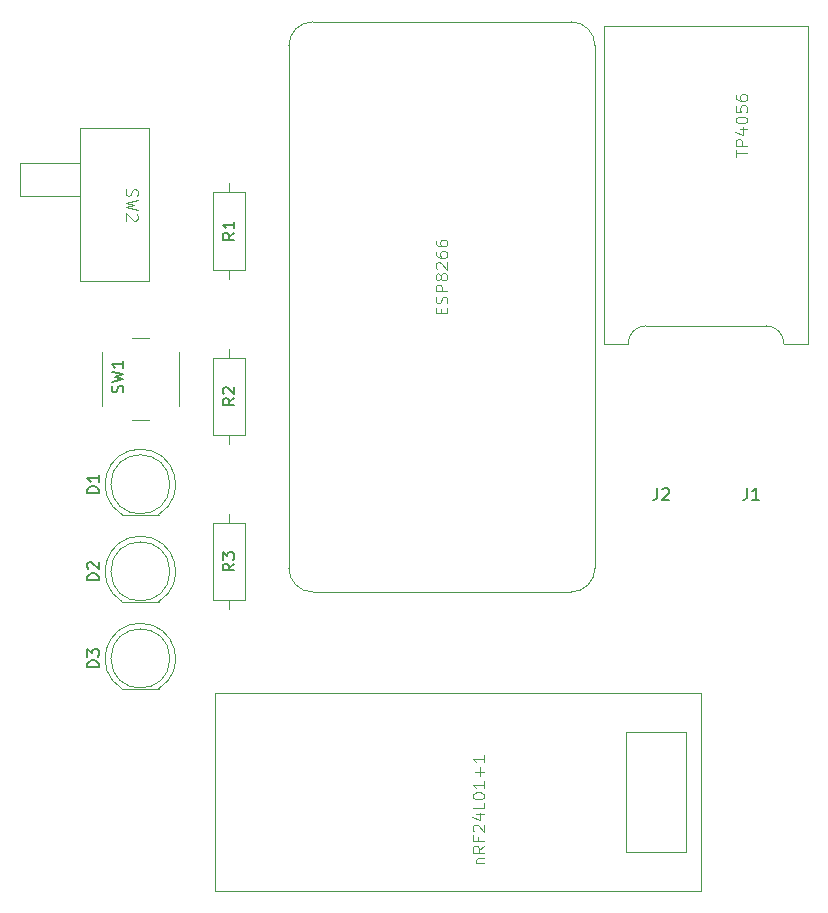
<source format=gbr>
%TF.GenerationSoftware,KiCad,Pcbnew,9.0.3*%
%TF.CreationDate,2025-10-27T16:18:56+03:00*%
%TF.ProjectId,ble_jammer_2.4ghz,626c655f-6a61-46d6-9d65-725f322e3467,rev?*%
%TF.SameCoordinates,Original*%
%TF.FileFunction,Legend,Top*%
%TF.FilePolarity,Positive*%
%FSLAX46Y46*%
G04 Gerber Fmt 4.6, Leading zero omitted, Abs format (unit mm)*
G04 Created by KiCad (PCBNEW 9.0.3) date 2025-10-27 16:18:56*
%MOMM*%
%LPD*%
G01*
G04 APERTURE LIST*
%ADD10C,0.150000*%
%ADD11C,0.100000*%
%ADD12C,0.120000*%
G04 APERTURE END LIST*
D10*
X43995088Y-85565642D02*
X42995088Y-85565642D01*
X42995088Y-85565642D02*
X42995088Y-85327547D01*
X42995088Y-85327547D02*
X43042707Y-85184690D01*
X43042707Y-85184690D02*
X43137945Y-85089452D01*
X43137945Y-85089452D02*
X43233183Y-85041833D01*
X43233183Y-85041833D02*
X43423659Y-84994214D01*
X43423659Y-84994214D02*
X43566516Y-84994214D01*
X43566516Y-84994214D02*
X43756992Y-85041833D01*
X43756992Y-85041833D02*
X43852230Y-85089452D01*
X43852230Y-85089452D02*
X43947469Y-85184690D01*
X43947469Y-85184690D02*
X43995088Y-85327547D01*
X43995088Y-85327547D02*
X43995088Y-85565642D01*
X43090326Y-84613261D02*
X43042707Y-84565642D01*
X43042707Y-84565642D02*
X42995088Y-84470404D01*
X42995088Y-84470404D02*
X42995088Y-84232309D01*
X42995088Y-84232309D02*
X43042707Y-84137071D01*
X43042707Y-84137071D02*
X43090326Y-84089452D01*
X43090326Y-84089452D02*
X43185564Y-84041833D01*
X43185564Y-84041833D02*
X43280802Y-84041833D01*
X43280802Y-84041833D02*
X43423659Y-84089452D01*
X43423659Y-84089452D02*
X43995088Y-84660880D01*
X43995088Y-84660880D02*
X43995088Y-84041833D01*
D11*
X72963609Y-62985237D02*
X72963609Y-62651904D01*
X73487419Y-62509047D02*
X73487419Y-62985237D01*
X73487419Y-62985237D02*
X72487419Y-62985237D01*
X72487419Y-62985237D02*
X72487419Y-62509047D01*
X73439800Y-62128094D02*
X73487419Y-61985237D01*
X73487419Y-61985237D02*
X73487419Y-61747142D01*
X73487419Y-61747142D02*
X73439800Y-61651904D01*
X73439800Y-61651904D02*
X73392180Y-61604285D01*
X73392180Y-61604285D02*
X73296942Y-61556666D01*
X73296942Y-61556666D02*
X73201704Y-61556666D01*
X73201704Y-61556666D02*
X73106466Y-61604285D01*
X73106466Y-61604285D02*
X73058847Y-61651904D01*
X73058847Y-61651904D02*
X73011228Y-61747142D01*
X73011228Y-61747142D02*
X72963609Y-61937618D01*
X72963609Y-61937618D02*
X72915990Y-62032856D01*
X72915990Y-62032856D02*
X72868371Y-62080475D01*
X72868371Y-62080475D02*
X72773133Y-62128094D01*
X72773133Y-62128094D02*
X72677895Y-62128094D01*
X72677895Y-62128094D02*
X72582657Y-62080475D01*
X72582657Y-62080475D02*
X72535038Y-62032856D01*
X72535038Y-62032856D02*
X72487419Y-61937618D01*
X72487419Y-61937618D02*
X72487419Y-61699523D01*
X72487419Y-61699523D02*
X72535038Y-61556666D01*
X73487419Y-61128094D02*
X72487419Y-61128094D01*
X72487419Y-61128094D02*
X72487419Y-60747142D01*
X72487419Y-60747142D02*
X72535038Y-60651904D01*
X72535038Y-60651904D02*
X72582657Y-60604285D01*
X72582657Y-60604285D02*
X72677895Y-60556666D01*
X72677895Y-60556666D02*
X72820752Y-60556666D01*
X72820752Y-60556666D02*
X72915990Y-60604285D01*
X72915990Y-60604285D02*
X72963609Y-60651904D01*
X72963609Y-60651904D02*
X73011228Y-60747142D01*
X73011228Y-60747142D02*
X73011228Y-61128094D01*
X72915990Y-59985237D02*
X72868371Y-60080475D01*
X72868371Y-60080475D02*
X72820752Y-60128094D01*
X72820752Y-60128094D02*
X72725514Y-60175713D01*
X72725514Y-60175713D02*
X72677895Y-60175713D01*
X72677895Y-60175713D02*
X72582657Y-60128094D01*
X72582657Y-60128094D02*
X72535038Y-60080475D01*
X72535038Y-60080475D02*
X72487419Y-59985237D01*
X72487419Y-59985237D02*
X72487419Y-59794761D01*
X72487419Y-59794761D02*
X72535038Y-59699523D01*
X72535038Y-59699523D02*
X72582657Y-59651904D01*
X72582657Y-59651904D02*
X72677895Y-59604285D01*
X72677895Y-59604285D02*
X72725514Y-59604285D01*
X72725514Y-59604285D02*
X72820752Y-59651904D01*
X72820752Y-59651904D02*
X72868371Y-59699523D01*
X72868371Y-59699523D02*
X72915990Y-59794761D01*
X72915990Y-59794761D02*
X72915990Y-59985237D01*
X72915990Y-59985237D02*
X72963609Y-60080475D01*
X72963609Y-60080475D02*
X73011228Y-60128094D01*
X73011228Y-60128094D02*
X73106466Y-60175713D01*
X73106466Y-60175713D02*
X73296942Y-60175713D01*
X73296942Y-60175713D02*
X73392180Y-60128094D01*
X73392180Y-60128094D02*
X73439800Y-60080475D01*
X73439800Y-60080475D02*
X73487419Y-59985237D01*
X73487419Y-59985237D02*
X73487419Y-59794761D01*
X73487419Y-59794761D02*
X73439800Y-59699523D01*
X73439800Y-59699523D02*
X73392180Y-59651904D01*
X73392180Y-59651904D02*
X73296942Y-59604285D01*
X73296942Y-59604285D02*
X73106466Y-59604285D01*
X73106466Y-59604285D02*
X73011228Y-59651904D01*
X73011228Y-59651904D02*
X72963609Y-59699523D01*
X72963609Y-59699523D02*
X72915990Y-59794761D01*
X72582657Y-59223332D02*
X72535038Y-59175713D01*
X72535038Y-59175713D02*
X72487419Y-59080475D01*
X72487419Y-59080475D02*
X72487419Y-58842380D01*
X72487419Y-58842380D02*
X72535038Y-58747142D01*
X72535038Y-58747142D02*
X72582657Y-58699523D01*
X72582657Y-58699523D02*
X72677895Y-58651904D01*
X72677895Y-58651904D02*
X72773133Y-58651904D01*
X72773133Y-58651904D02*
X72915990Y-58699523D01*
X72915990Y-58699523D02*
X73487419Y-59270951D01*
X73487419Y-59270951D02*
X73487419Y-58651904D01*
X72487419Y-57794761D02*
X72487419Y-57985237D01*
X72487419Y-57985237D02*
X72535038Y-58080475D01*
X72535038Y-58080475D02*
X72582657Y-58128094D01*
X72582657Y-58128094D02*
X72725514Y-58223332D01*
X72725514Y-58223332D02*
X72915990Y-58270951D01*
X72915990Y-58270951D02*
X73296942Y-58270951D01*
X73296942Y-58270951D02*
X73392180Y-58223332D01*
X73392180Y-58223332D02*
X73439800Y-58175713D01*
X73439800Y-58175713D02*
X73487419Y-58080475D01*
X73487419Y-58080475D02*
X73487419Y-57889999D01*
X73487419Y-57889999D02*
X73439800Y-57794761D01*
X73439800Y-57794761D02*
X73392180Y-57747142D01*
X73392180Y-57747142D02*
X73296942Y-57699523D01*
X73296942Y-57699523D02*
X73058847Y-57699523D01*
X73058847Y-57699523D02*
X72963609Y-57747142D01*
X72963609Y-57747142D02*
X72915990Y-57794761D01*
X72915990Y-57794761D02*
X72868371Y-57889999D01*
X72868371Y-57889999D02*
X72868371Y-58080475D01*
X72868371Y-58080475D02*
X72915990Y-58175713D01*
X72915990Y-58175713D02*
X72963609Y-58223332D01*
X72963609Y-58223332D02*
X73058847Y-58270951D01*
X72487419Y-56842380D02*
X72487419Y-57032856D01*
X72487419Y-57032856D02*
X72535038Y-57128094D01*
X72535038Y-57128094D02*
X72582657Y-57175713D01*
X72582657Y-57175713D02*
X72725514Y-57270951D01*
X72725514Y-57270951D02*
X72915990Y-57318570D01*
X72915990Y-57318570D02*
X73296942Y-57318570D01*
X73296942Y-57318570D02*
X73392180Y-57270951D01*
X73392180Y-57270951D02*
X73439800Y-57223332D01*
X73439800Y-57223332D02*
X73487419Y-57128094D01*
X73487419Y-57128094D02*
X73487419Y-56937618D01*
X73487419Y-56937618D02*
X73439800Y-56842380D01*
X73439800Y-56842380D02*
X73392180Y-56794761D01*
X73392180Y-56794761D02*
X73296942Y-56747142D01*
X73296942Y-56747142D02*
X73058847Y-56747142D01*
X73058847Y-56747142D02*
X72963609Y-56794761D01*
X72963609Y-56794761D02*
X72915990Y-56842380D01*
X72915990Y-56842380D02*
X72868371Y-56937618D01*
X72868371Y-56937618D02*
X72868371Y-57128094D01*
X72868371Y-57128094D02*
X72915990Y-57223332D01*
X72915990Y-57223332D02*
X72963609Y-57270951D01*
X72963609Y-57270951D02*
X73058847Y-57318570D01*
D10*
X91266666Y-77774819D02*
X91266666Y-78489104D01*
X91266666Y-78489104D02*
X91219047Y-78631961D01*
X91219047Y-78631961D02*
X91123809Y-78727200D01*
X91123809Y-78727200D02*
X90980952Y-78774819D01*
X90980952Y-78774819D02*
X90885714Y-78774819D01*
X91695238Y-77870057D02*
X91742857Y-77822438D01*
X91742857Y-77822438D02*
X91838095Y-77774819D01*
X91838095Y-77774819D02*
X92076190Y-77774819D01*
X92076190Y-77774819D02*
X92171428Y-77822438D01*
X92171428Y-77822438D02*
X92219047Y-77870057D01*
X92219047Y-77870057D02*
X92266666Y-77965295D01*
X92266666Y-77965295D02*
X92266666Y-78060533D01*
X92266666Y-78060533D02*
X92219047Y-78203390D01*
X92219047Y-78203390D02*
X91647619Y-78774819D01*
X91647619Y-78774819D02*
X92266666Y-78774819D01*
D11*
X46315200Y-52466667D02*
X46267580Y-52609524D01*
X46267580Y-52609524D02*
X46267580Y-52847619D01*
X46267580Y-52847619D02*
X46315200Y-52942857D01*
X46315200Y-52942857D02*
X46362819Y-52990476D01*
X46362819Y-52990476D02*
X46458057Y-53038095D01*
X46458057Y-53038095D02*
X46553295Y-53038095D01*
X46553295Y-53038095D02*
X46648533Y-52990476D01*
X46648533Y-52990476D02*
X46696152Y-52942857D01*
X46696152Y-52942857D02*
X46743771Y-52847619D01*
X46743771Y-52847619D02*
X46791390Y-52657143D01*
X46791390Y-52657143D02*
X46839009Y-52561905D01*
X46839009Y-52561905D02*
X46886628Y-52514286D01*
X46886628Y-52514286D02*
X46981866Y-52466667D01*
X46981866Y-52466667D02*
X47077104Y-52466667D01*
X47077104Y-52466667D02*
X47172342Y-52514286D01*
X47172342Y-52514286D02*
X47219961Y-52561905D01*
X47219961Y-52561905D02*
X47267580Y-52657143D01*
X47267580Y-52657143D02*
X47267580Y-52895238D01*
X47267580Y-52895238D02*
X47219961Y-53038095D01*
X47267580Y-53371429D02*
X46267580Y-53609524D01*
X46267580Y-53609524D02*
X46981866Y-53800000D01*
X46981866Y-53800000D02*
X46267580Y-53990476D01*
X46267580Y-53990476D02*
X47267580Y-54228572D01*
X47172342Y-54561905D02*
X47219961Y-54609524D01*
X47219961Y-54609524D02*
X47267580Y-54704762D01*
X47267580Y-54704762D02*
X47267580Y-54942857D01*
X47267580Y-54942857D02*
X47219961Y-55038095D01*
X47219961Y-55038095D02*
X47172342Y-55085714D01*
X47172342Y-55085714D02*
X47077104Y-55133333D01*
X47077104Y-55133333D02*
X46981866Y-55133333D01*
X46981866Y-55133333D02*
X46839009Y-55085714D01*
X46839009Y-55085714D02*
X46267580Y-54514286D01*
X46267580Y-54514286D02*
X46267580Y-55133333D01*
D10*
X43995088Y-78193142D02*
X42995088Y-78193142D01*
X42995088Y-78193142D02*
X42995088Y-77955047D01*
X42995088Y-77955047D02*
X43042707Y-77812190D01*
X43042707Y-77812190D02*
X43137945Y-77716952D01*
X43137945Y-77716952D02*
X43233183Y-77669333D01*
X43233183Y-77669333D02*
X43423659Y-77621714D01*
X43423659Y-77621714D02*
X43566516Y-77621714D01*
X43566516Y-77621714D02*
X43756992Y-77669333D01*
X43756992Y-77669333D02*
X43852230Y-77716952D01*
X43852230Y-77716952D02*
X43947469Y-77812190D01*
X43947469Y-77812190D02*
X43995088Y-77955047D01*
X43995088Y-77955047D02*
X43995088Y-78193142D01*
X43995088Y-76669333D02*
X43995088Y-77240761D01*
X43995088Y-76955047D02*
X42995088Y-76955047D01*
X42995088Y-76955047D02*
X43137945Y-77050285D01*
X43137945Y-77050285D02*
X43233183Y-77145523D01*
X43233183Y-77145523D02*
X43280802Y-77240761D01*
X98866666Y-77774819D02*
X98866666Y-78489104D01*
X98866666Y-78489104D02*
X98819047Y-78631961D01*
X98819047Y-78631961D02*
X98723809Y-78727200D01*
X98723809Y-78727200D02*
X98580952Y-78774819D01*
X98580952Y-78774819D02*
X98485714Y-78774819D01*
X99866666Y-78774819D02*
X99295238Y-78774819D01*
X99580952Y-78774819D02*
X99580952Y-77774819D01*
X99580952Y-77774819D02*
X99485714Y-77917676D01*
X99485714Y-77917676D02*
X99390476Y-78012914D01*
X99390476Y-78012914D02*
X99295238Y-78060533D01*
D11*
X97893419Y-49704475D02*
X97893419Y-49133047D01*
X98893419Y-49418761D02*
X97893419Y-49418761D01*
X98893419Y-48799713D02*
X97893419Y-48799713D01*
X97893419Y-48799713D02*
X97893419Y-48418761D01*
X97893419Y-48418761D02*
X97941038Y-48323523D01*
X97941038Y-48323523D02*
X97988657Y-48275904D01*
X97988657Y-48275904D02*
X98083895Y-48228285D01*
X98083895Y-48228285D02*
X98226752Y-48228285D01*
X98226752Y-48228285D02*
X98321990Y-48275904D01*
X98321990Y-48275904D02*
X98369609Y-48323523D01*
X98369609Y-48323523D02*
X98417228Y-48418761D01*
X98417228Y-48418761D02*
X98417228Y-48799713D01*
X98226752Y-47371142D02*
X98893419Y-47371142D01*
X97845800Y-47609237D02*
X98560085Y-47847332D01*
X98560085Y-47847332D02*
X98560085Y-47228285D01*
X97893419Y-46656856D02*
X97893419Y-46561618D01*
X97893419Y-46561618D02*
X97941038Y-46466380D01*
X97941038Y-46466380D02*
X97988657Y-46418761D01*
X97988657Y-46418761D02*
X98083895Y-46371142D01*
X98083895Y-46371142D02*
X98274371Y-46323523D01*
X98274371Y-46323523D02*
X98512466Y-46323523D01*
X98512466Y-46323523D02*
X98702942Y-46371142D01*
X98702942Y-46371142D02*
X98798180Y-46418761D01*
X98798180Y-46418761D02*
X98845800Y-46466380D01*
X98845800Y-46466380D02*
X98893419Y-46561618D01*
X98893419Y-46561618D02*
X98893419Y-46656856D01*
X98893419Y-46656856D02*
X98845800Y-46752094D01*
X98845800Y-46752094D02*
X98798180Y-46799713D01*
X98798180Y-46799713D02*
X98702942Y-46847332D01*
X98702942Y-46847332D02*
X98512466Y-46894951D01*
X98512466Y-46894951D02*
X98274371Y-46894951D01*
X98274371Y-46894951D02*
X98083895Y-46847332D01*
X98083895Y-46847332D02*
X97988657Y-46799713D01*
X97988657Y-46799713D02*
X97941038Y-46752094D01*
X97941038Y-46752094D02*
X97893419Y-46656856D01*
X97893419Y-45418761D02*
X97893419Y-45894951D01*
X97893419Y-45894951D02*
X98369609Y-45942570D01*
X98369609Y-45942570D02*
X98321990Y-45894951D01*
X98321990Y-45894951D02*
X98274371Y-45799713D01*
X98274371Y-45799713D02*
X98274371Y-45561618D01*
X98274371Y-45561618D02*
X98321990Y-45466380D01*
X98321990Y-45466380D02*
X98369609Y-45418761D01*
X98369609Y-45418761D02*
X98464847Y-45371142D01*
X98464847Y-45371142D02*
X98702942Y-45371142D01*
X98702942Y-45371142D02*
X98798180Y-45418761D01*
X98798180Y-45418761D02*
X98845800Y-45466380D01*
X98845800Y-45466380D02*
X98893419Y-45561618D01*
X98893419Y-45561618D02*
X98893419Y-45799713D01*
X98893419Y-45799713D02*
X98845800Y-45894951D01*
X98845800Y-45894951D02*
X98798180Y-45942570D01*
X97893419Y-44513999D02*
X97893419Y-44704475D01*
X97893419Y-44704475D02*
X97941038Y-44799713D01*
X97941038Y-44799713D02*
X97988657Y-44847332D01*
X97988657Y-44847332D02*
X98131514Y-44942570D01*
X98131514Y-44942570D02*
X98321990Y-44990189D01*
X98321990Y-44990189D02*
X98702942Y-44990189D01*
X98702942Y-44990189D02*
X98798180Y-44942570D01*
X98798180Y-44942570D02*
X98845800Y-44894951D01*
X98845800Y-44894951D02*
X98893419Y-44799713D01*
X98893419Y-44799713D02*
X98893419Y-44609237D01*
X98893419Y-44609237D02*
X98845800Y-44513999D01*
X98845800Y-44513999D02*
X98798180Y-44466380D01*
X98798180Y-44466380D02*
X98702942Y-44418761D01*
X98702942Y-44418761D02*
X98464847Y-44418761D01*
X98464847Y-44418761D02*
X98369609Y-44466380D01*
X98369609Y-44466380D02*
X98321990Y-44513999D01*
X98321990Y-44513999D02*
X98274371Y-44609237D01*
X98274371Y-44609237D02*
X98274371Y-44799713D01*
X98274371Y-44799713D02*
X98321990Y-44894951D01*
X98321990Y-44894951D02*
X98369609Y-44942570D01*
X98369609Y-44942570D02*
X98464847Y-44990189D01*
X75954752Y-109546618D02*
X76621419Y-109546618D01*
X76049990Y-109546618D02*
X76002371Y-109498999D01*
X76002371Y-109498999D02*
X75954752Y-109403761D01*
X75954752Y-109403761D02*
X75954752Y-109260904D01*
X75954752Y-109260904D02*
X76002371Y-109165666D01*
X76002371Y-109165666D02*
X76097609Y-109118047D01*
X76097609Y-109118047D02*
X76621419Y-109118047D01*
X76621419Y-108070428D02*
X76145228Y-108403761D01*
X76621419Y-108641856D02*
X75621419Y-108641856D01*
X75621419Y-108641856D02*
X75621419Y-108260904D01*
X75621419Y-108260904D02*
X75669038Y-108165666D01*
X75669038Y-108165666D02*
X75716657Y-108118047D01*
X75716657Y-108118047D02*
X75811895Y-108070428D01*
X75811895Y-108070428D02*
X75954752Y-108070428D01*
X75954752Y-108070428D02*
X76049990Y-108118047D01*
X76049990Y-108118047D02*
X76097609Y-108165666D01*
X76097609Y-108165666D02*
X76145228Y-108260904D01*
X76145228Y-108260904D02*
X76145228Y-108641856D01*
X76097609Y-107308523D02*
X76097609Y-107641856D01*
X76621419Y-107641856D02*
X75621419Y-107641856D01*
X75621419Y-107641856D02*
X75621419Y-107165666D01*
X75716657Y-106832332D02*
X75669038Y-106784713D01*
X75669038Y-106784713D02*
X75621419Y-106689475D01*
X75621419Y-106689475D02*
X75621419Y-106451380D01*
X75621419Y-106451380D02*
X75669038Y-106356142D01*
X75669038Y-106356142D02*
X75716657Y-106308523D01*
X75716657Y-106308523D02*
X75811895Y-106260904D01*
X75811895Y-106260904D02*
X75907133Y-106260904D01*
X75907133Y-106260904D02*
X76049990Y-106308523D01*
X76049990Y-106308523D02*
X76621419Y-106879951D01*
X76621419Y-106879951D02*
X76621419Y-106260904D01*
X75954752Y-105403761D02*
X76621419Y-105403761D01*
X75573800Y-105641856D02*
X76288085Y-105879951D01*
X76288085Y-105879951D02*
X76288085Y-105260904D01*
X76621419Y-104403761D02*
X76621419Y-104879951D01*
X76621419Y-104879951D02*
X75621419Y-104879951D01*
X75621419Y-103879951D02*
X75621419Y-103784713D01*
X75621419Y-103784713D02*
X75669038Y-103689475D01*
X75669038Y-103689475D02*
X75716657Y-103641856D01*
X75716657Y-103641856D02*
X75811895Y-103594237D01*
X75811895Y-103594237D02*
X76002371Y-103546618D01*
X76002371Y-103546618D02*
X76240466Y-103546618D01*
X76240466Y-103546618D02*
X76430942Y-103594237D01*
X76430942Y-103594237D02*
X76526180Y-103641856D01*
X76526180Y-103641856D02*
X76573800Y-103689475D01*
X76573800Y-103689475D02*
X76621419Y-103784713D01*
X76621419Y-103784713D02*
X76621419Y-103879951D01*
X76621419Y-103879951D02*
X76573800Y-103975189D01*
X76573800Y-103975189D02*
X76526180Y-104022808D01*
X76526180Y-104022808D02*
X76430942Y-104070427D01*
X76430942Y-104070427D02*
X76240466Y-104118046D01*
X76240466Y-104118046D02*
X76002371Y-104118046D01*
X76002371Y-104118046D02*
X75811895Y-104070427D01*
X75811895Y-104070427D02*
X75716657Y-104022808D01*
X75716657Y-104022808D02*
X75669038Y-103975189D01*
X75669038Y-103975189D02*
X75621419Y-103879951D01*
X76621419Y-102594237D02*
X76621419Y-103165665D01*
X76621419Y-102879951D02*
X75621419Y-102879951D01*
X75621419Y-102879951D02*
X75764276Y-102975189D01*
X75764276Y-102975189D02*
X75859514Y-103070427D01*
X75859514Y-103070427D02*
X75907133Y-103165665D01*
X76240466Y-102165665D02*
X76240466Y-101403761D01*
X76621419Y-101784713D02*
X75859514Y-101784713D01*
X76621419Y-100403761D02*
X76621419Y-100975189D01*
X76621419Y-100689475D02*
X75621419Y-100689475D01*
X75621419Y-100689475D02*
X75764276Y-100784713D01*
X75764276Y-100784713D02*
X75859514Y-100879951D01*
X75859514Y-100879951D02*
X75907133Y-100975189D01*
D10*
X55454819Y-70166666D02*
X54978628Y-70499999D01*
X55454819Y-70738094D02*
X54454819Y-70738094D01*
X54454819Y-70738094D02*
X54454819Y-70357142D01*
X54454819Y-70357142D02*
X54502438Y-70261904D01*
X54502438Y-70261904D02*
X54550057Y-70214285D01*
X54550057Y-70214285D02*
X54645295Y-70166666D01*
X54645295Y-70166666D02*
X54788152Y-70166666D01*
X54788152Y-70166666D02*
X54883390Y-70214285D01*
X54883390Y-70214285D02*
X54931009Y-70261904D01*
X54931009Y-70261904D02*
X54978628Y-70357142D01*
X54978628Y-70357142D02*
X54978628Y-70738094D01*
X54550057Y-69785713D02*
X54502438Y-69738094D01*
X54502438Y-69738094D02*
X54454819Y-69642856D01*
X54454819Y-69642856D02*
X54454819Y-69404761D01*
X54454819Y-69404761D02*
X54502438Y-69309523D01*
X54502438Y-69309523D02*
X54550057Y-69261904D01*
X54550057Y-69261904D02*
X54645295Y-69214285D01*
X54645295Y-69214285D02*
X54740533Y-69214285D01*
X54740533Y-69214285D02*
X54883390Y-69261904D01*
X54883390Y-69261904D02*
X55454819Y-69833332D01*
X55454819Y-69833332D02*
X55454819Y-69214285D01*
X55454819Y-56166666D02*
X54978628Y-56499999D01*
X55454819Y-56738094D02*
X54454819Y-56738094D01*
X54454819Y-56738094D02*
X54454819Y-56357142D01*
X54454819Y-56357142D02*
X54502438Y-56261904D01*
X54502438Y-56261904D02*
X54550057Y-56214285D01*
X54550057Y-56214285D02*
X54645295Y-56166666D01*
X54645295Y-56166666D02*
X54788152Y-56166666D01*
X54788152Y-56166666D02*
X54883390Y-56214285D01*
X54883390Y-56214285D02*
X54931009Y-56261904D01*
X54931009Y-56261904D02*
X54978628Y-56357142D01*
X54978628Y-56357142D02*
X54978628Y-56738094D01*
X55454819Y-55214285D02*
X55454819Y-55785713D01*
X55454819Y-55499999D02*
X54454819Y-55499999D01*
X54454819Y-55499999D02*
X54597676Y-55595237D01*
X54597676Y-55595237D02*
X54692914Y-55690475D01*
X54692914Y-55690475D02*
X54740533Y-55785713D01*
X43995088Y-92938142D02*
X42995088Y-92938142D01*
X42995088Y-92938142D02*
X42995088Y-92700047D01*
X42995088Y-92700047D02*
X43042707Y-92557190D01*
X43042707Y-92557190D02*
X43137945Y-92461952D01*
X43137945Y-92461952D02*
X43233183Y-92414333D01*
X43233183Y-92414333D02*
X43423659Y-92366714D01*
X43423659Y-92366714D02*
X43566516Y-92366714D01*
X43566516Y-92366714D02*
X43756992Y-92414333D01*
X43756992Y-92414333D02*
X43852230Y-92461952D01*
X43852230Y-92461952D02*
X43947469Y-92557190D01*
X43947469Y-92557190D02*
X43995088Y-92700047D01*
X43995088Y-92700047D02*
X43995088Y-92938142D01*
X42995088Y-92033380D02*
X42995088Y-91414333D01*
X42995088Y-91414333D02*
X43376040Y-91747666D01*
X43376040Y-91747666D02*
X43376040Y-91604809D01*
X43376040Y-91604809D02*
X43423659Y-91509571D01*
X43423659Y-91509571D02*
X43471278Y-91461952D01*
X43471278Y-91461952D02*
X43566516Y-91414333D01*
X43566516Y-91414333D02*
X43804611Y-91414333D01*
X43804611Y-91414333D02*
X43899849Y-91461952D01*
X43899849Y-91461952D02*
X43947469Y-91509571D01*
X43947469Y-91509571D02*
X43995088Y-91604809D01*
X43995088Y-91604809D02*
X43995088Y-91890523D01*
X43995088Y-91890523D02*
X43947469Y-91985761D01*
X43947469Y-91985761D02*
X43899849Y-92033380D01*
X46007469Y-69675880D02*
X46055088Y-69533023D01*
X46055088Y-69533023D02*
X46055088Y-69294928D01*
X46055088Y-69294928D02*
X46007469Y-69199690D01*
X46007469Y-69199690D02*
X45959849Y-69152071D01*
X45959849Y-69152071D02*
X45864611Y-69104452D01*
X45864611Y-69104452D02*
X45769373Y-69104452D01*
X45769373Y-69104452D02*
X45674135Y-69152071D01*
X45674135Y-69152071D02*
X45626516Y-69199690D01*
X45626516Y-69199690D02*
X45578897Y-69294928D01*
X45578897Y-69294928D02*
X45531278Y-69485404D01*
X45531278Y-69485404D02*
X45483659Y-69580642D01*
X45483659Y-69580642D02*
X45436040Y-69628261D01*
X45436040Y-69628261D02*
X45340802Y-69675880D01*
X45340802Y-69675880D02*
X45245564Y-69675880D01*
X45245564Y-69675880D02*
X45150326Y-69628261D01*
X45150326Y-69628261D02*
X45102707Y-69580642D01*
X45102707Y-69580642D02*
X45055088Y-69485404D01*
X45055088Y-69485404D02*
X45055088Y-69247309D01*
X45055088Y-69247309D02*
X45102707Y-69104452D01*
X45055088Y-68771118D02*
X46055088Y-68533023D01*
X46055088Y-68533023D02*
X45340802Y-68342547D01*
X45340802Y-68342547D02*
X46055088Y-68152071D01*
X46055088Y-68152071D02*
X45055088Y-67913976D01*
X46055088Y-67009214D02*
X46055088Y-67580642D01*
X46055088Y-67294928D02*
X45055088Y-67294928D01*
X45055088Y-67294928D02*
X45197945Y-67390166D01*
X45197945Y-67390166D02*
X45293183Y-67485404D01*
X45293183Y-67485404D02*
X45340802Y-67580642D01*
X55454819Y-84166666D02*
X54978628Y-84499999D01*
X55454819Y-84738094D02*
X54454819Y-84738094D01*
X54454819Y-84738094D02*
X54454819Y-84357142D01*
X54454819Y-84357142D02*
X54502438Y-84261904D01*
X54502438Y-84261904D02*
X54550057Y-84214285D01*
X54550057Y-84214285D02*
X54645295Y-84166666D01*
X54645295Y-84166666D02*
X54788152Y-84166666D01*
X54788152Y-84166666D02*
X54883390Y-84214285D01*
X54883390Y-84214285D02*
X54931009Y-84261904D01*
X54931009Y-84261904D02*
X54978628Y-84357142D01*
X54978628Y-84357142D02*
X54978628Y-84738094D01*
X54454819Y-83833332D02*
X54454819Y-83214285D01*
X54454819Y-83214285D02*
X54835771Y-83547618D01*
X54835771Y-83547618D02*
X54835771Y-83404761D01*
X54835771Y-83404761D02*
X54883390Y-83309523D01*
X54883390Y-83309523D02*
X54931009Y-83261904D01*
X54931009Y-83261904D02*
X55026247Y-83214285D01*
X55026247Y-83214285D02*
X55264342Y-83214285D01*
X55264342Y-83214285D02*
X55359580Y-83261904D01*
X55359580Y-83261904D02*
X55407200Y-83309523D01*
X55407200Y-83309523D02*
X55454819Y-83404761D01*
X55454819Y-83404761D02*
X55454819Y-83690475D01*
X55454819Y-83690475D02*
X55407200Y-83785713D01*
X55407200Y-83785713D02*
X55359580Y-83833332D01*
D12*
%TO.C,D2*%
X45955269Y-87387548D02*
X49045269Y-87387548D01*
X45955439Y-87387548D02*
G75*
G02*
X47500269Y-81837548I1544830J2560000D01*
G01*
X47500269Y-81837548D02*
G75*
G02*
X49045099Y-87387548I0J-2990000D01*
G01*
X50000269Y-84827548D02*
G75*
G02*
X45000269Y-84827548I-2500000J0D01*
G01*
X45000269Y-84827548D02*
G75*
G02*
X50000269Y-84827548I2500000J0D01*
G01*
D11*
%TO.C,ESP8266*%
X60076000Y-82560000D02*
X60076000Y-42300000D01*
X60076000Y-84560000D02*
X60076000Y-40300000D01*
X62076000Y-38300000D02*
X83984000Y-38300000D01*
X81984000Y-86560000D02*
X64076000Y-86560000D01*
X83984000Y-86560000D02*
X62076000Y-86560000D01*
X85984000Y-40300000D02*
X85984000Y-84560000D01*
X85984000Y-42300000D02*
X85984000Y-82560000D01*
X60076000Y-40300000D02*
G75*
G02*
X62076000Y-38300000I1999999J1D01*
G01*
X62076000Y-86560000D02*
G75*
G02*
X60076000Y-84560000I-1J1999999D01*
G01*
X83984000Y-38300000D02*
G75*
G02*
X85984000Y-40300000I0J-2000000D01*
G01*
X85984000Y-84560000D02*
G75*
G02*
X83984000Y-86560000I-2000000J0D01*
G01*
%TO.C,SW2*%
X42415000Y-50244000D02*
X37335000Y-50244000D01*
X37335000Y-53038000D01*
X42415000Y-53038000D01*
X42415000Y-50244000D01*
X48257000Y-47323000D02*
X42415000Y-47323000D01*
X42415000Y-60277000D01*
X48257000Y-60277000D01*
X48257000Y-47323000D01*
D12*
%TO.C,D1*%
X45955269Y-80015048D02*
X49045269Y-80015048D01*
X45955439Y-80015048D02*
G75*
G02*
X47500269Y-74465048I1544830J2560000D01*
G01*
X47500269Y-74465048D02*
G75*
G02*
X49045099Y-80015048I0J-2990000D01*
G01*
X50000269Y-77455048D02*
G75*
G02*
X45000269Y-77455048I-2500000J0D01*
G01*
X45000269Y-77455048D02*
G75*
G02*
X50000269Y-77455048I2500000J0D01*
G01*
D11*
%TO.C,TP4056*%
X86752000Y-38632000D02*
X104024000Y-38632000D01*
X86752000Y-65556000D02*
X86752000Y-38632000D01*
X86752000Y-65556000D02*
X88784000Y-65556000D01*
X90308000Y-64032000D02*
X100468000Y-64032000D01*
X104024000Y-38632000D02*
X104024000Y-65556000D01*
X104024000Y-65556000D02*
X101992000Y-65556000D01*
X88784000Y-65556000D02*
G75*
G02*
X90308000Y-64032000I1523999J1D01*
G01*
X100468000Y-64032000D02*
G75*
G02*
X101992000Y-65556000I0J-1524000D01*
G01*
%TO.C,nRF24L01+1*%
X93690000Y-108555000D02*
X88610000Y-108555000D01*
X88610000Y-98395000D01*
X93690000Y-98395000D01*
X93690000Y-108555000D01*
X94960000Y-111857000D02*
X53812000Y-111857000D01*
X53812000Y-95093000D01*
X94960000Y-95093000D01*
X94960000Y-111857000D01*
D12*
%TO.C,R2*%
X55000000Y-65960000D02*
X55000000Y-66730000D01*
X55000000Y-74040000D02*
X55000000Y-73270000D01*
X53630000Y-73270000D02*
X56370000Y-73270000D01*
X56370000Y-66730000D01*
X53630000Y-66730000D01*
X53630000Y-73270000D01*
%TO.C,R1*%
X55000000Y-51960000D02*
X55000000Y-52730000D01*
X55000000Y-60040000D02*
X55000000Y-59270000D01*
X53630000Y-59270000D02*
X56370000Y-59270000D01*
X56370000Y-52730000D01*
X53630000Y-52730000D01*
X53630000Y-59270000D01*
%TO.C,D3*%
X45955269Y-94760048D02*
X49045269Y-94760048D01*
X45955439Y-94760048D02*
G75*
G02*
X47500269Y-89210048I1544830J2560000D01*
G01*
X47500269Y-89210048D02*
G75*
G02*
X49045099Y-94760048I0J-2990000D01*
G01*
X50000269Y-92200048D02*
G75*
G02*
X45000269Y-92200048I-2500000J0D01*
G01*
X45000269Y-92200048D02*
G75*
G02*
X50000269Y-92200048I2500000J0D01*
G01*
%TO.C,SW1*%
X44250269Y-66292548D02*
X44250269Y-70792548D01*
X46750269Y-72042548D02*
X48250269Y-72042548D01*
X48250269Y-65042548D02*
X46750269Y-65042548D01*
X50750269Y-70792548D02*
X50750269Y-66292548D01*
%TO.C,R3*%
X55000000Y-79960000D02*
X55000000Y-80730000D01*
X55000000Y-88040000D02*
X55000000Y-87270000D01*
X53630000Y-87270000D02*
X56370000Y-87270000D01*
X56370000Y-80730000D01*
X53630000Y-80730000D01*
X53630000Y-87270000D01*
%TD*%
M02*

</source>
